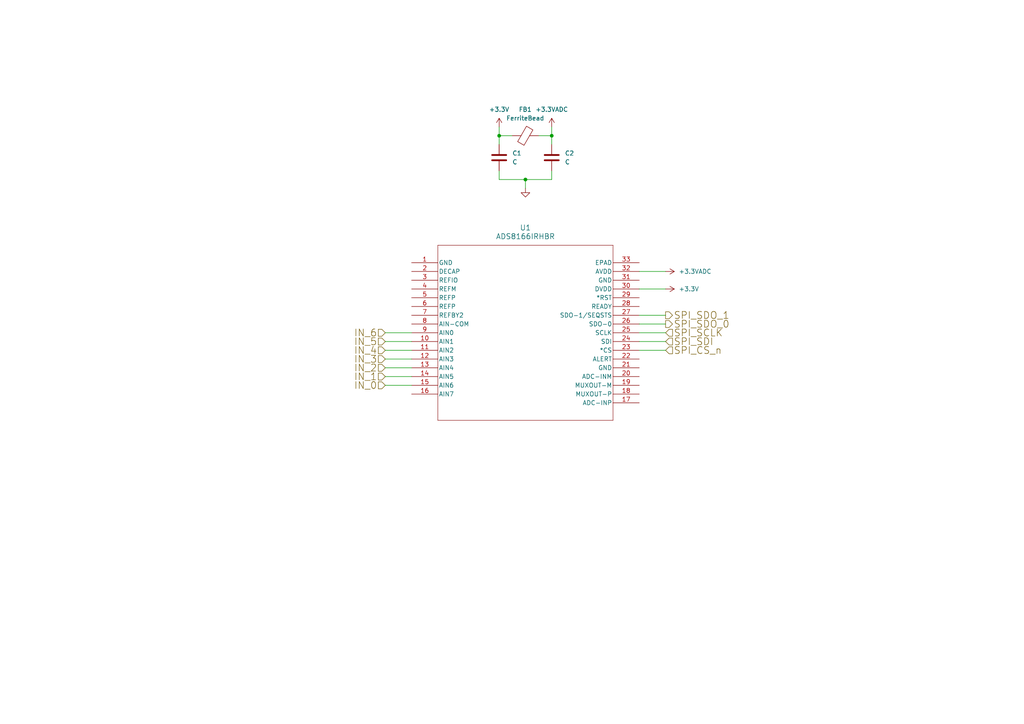
<source format=kicad_sch>
(kicad_sch (version 20230121) (generator eeschema)
  (paper "A4")
  (lib_symbols
    (symbol "ADS8166:ADS8166IRHBR" (pin_names (offset 0.254))
      (property "Reference" "U" (at 33.02 10.16 0))
      (property "Value" "ADS8166IRHBR" (at 33.02 7.62 0))
      (symbol "ADS8166IRHBR_0_1"
        (polyline (pts (xy 7.62 -45.72) (xy 58.42 -45.72)) (stroke (width 0.127)))
        (polyline (pts (xy 7.62 5.08) (xy 7.62 -45.72)) (stroke (width 0.127)))
        (polyline (pts (xy 58.42 -45.72) (xy 58.42 5.08)) (stroke (width 0.127)))
        (polyline (pts (xy 58.42 5.08) (xy 7.62 5.08)) (stroke (width 0.127)))
        (pin power_in line (at 0 0 0) (length 7.62) (name "GND") (number "1"))
        (pin input line (at 0 -22.86 0) (length 7.62) (name "AIN1") (number "10"))
        (pin input line (at 0 -25.4 0) (length 7.62) (name "AIN2") (number "11"))
        (pin input line (at 0 -27.94 0) (length 7.62) (name "AIN3") (number "12"))
        (pin input line (at 0 -30.48 0) (length 7.62) (name "AIN4") (number "13"))
        (pin input line (at 0 -33.02 0) (length 7.62) (name "AIN5") (number "14"))
        (pin input line (at 0 -35.56 0) (length 7.62) (name "AIN6") (number "15"))
        (pin input line (at 0 -38.1 0) (length 7.62) (name "AIN7") (number "16"))
        (pin input line (at 66.04 -40.64 180) (length 7.62) (name "ADC-INP") (number "17"))
        (pin output line (at 66.04 -38.1 180) (length 7.62) (name "MUXOUT-P") (number "18"))
        (pin output line (at 66.04 -35.56 180) (length 7.62) (name "MUXOUT-M") (number "19"))
        (pin unspecified line (at 0 -2.54 0) (length 7.62) (name "DECAP") (number "2"))
        (pin input line (at 66.04 -33.02 180) (length 7.62) (name "ADC-INM") (number "20"))
        (pin power_in line (at 66.04 -30.48 180) (length 7.62) (name "GND") (number "21"))
        (pin output line (at 66.04 -27.94 180) (length 7.62) (name "ALERT") (number "22"))
        (pin input line (at 66.04 -25.4 180) (length 7.62) (name "*CS") (number "23"))
        (pin input line (at 66.04 -22.86 180) (length 7.62) (name "SDI") (number "24"))
        (pin input line (at 66.04 -20.32 180) (length 7.62) (name "SCLK") (number "25"))
        (pin output line (at 66.04 -17.78 180) (length 7.62) (name "SDO-0") (number "26"))
        (pin output line (at 66.04 -15.24 180) (length 7.62) (name "SDO-1/SEQSTS") (number "27"))
        (pin output line (at 66.04 -12.7 180) (length 7.62) (name "READY") (number "28"))
        (pin input line (at 66.04 -10.16 180) (length 7.62) (name "*RST") (number "29"))
        (pin bidirectional line (at 0 -5.08 0) (length 7.62) (name "REFIO") (number "3"))
        (pin power_in line (at 66.04 -7.62 180) (length 7.62) (name "DVDD") (number "30"))
        (pin power_in line (at 66.04 -5.08 180) (length 7.62) (name "GND") (number "31"))
        (pin power_in line (at 66.04 -2.54 180) (length 7.62) (name "AVDD") (number "32"))
        (pin unspecified line (at 66.04 0 180) (length 7.62) (name "EPAD") (number "33"))
        (pin input line (at 0 -7.62 0) (length 7.62) (name "REFM") (number "4"))
        (pin bidirectional line (at 0 -10.16 0) (length 7.62) (name "REFP") (number "5"))
        (pin bidirectional line (at 0 -12.7 0) (length 7.62) (name "REFP") (number "6"))
        (pin output line (at 0 -15.24 0) (length 7.62) (name "REFBY2") (number "7"))
        (pin input line (at 0 -17.78 0) (length 7.62) (name "AIN-COM") (number "8"))
        (pin input line (at 0 -20.32 0) (length 7.62) (name "AIN0") (number "9"))
      )
    )
    (symbol "Device:C" (pin_numbers hide) (pin_names (offset 0.254))
      (property "Reference" "C" (at 0.635 2.54 0))
      (property "Value" "C" (at 0.635 -2.54 0))
      (symbol "C_0_1"
        (polyline (pts (xy -2.032 -0.762) (xy 2.032 -0.762)) (stroke (width 0.508)))
        (polyline (pts (xy -2.032 0.762) (xy 2.032 0.762)) (stroke (width 0.508)))
      )
      (symbol "C_1_1"
        (pin passive line (at 0 3.81 270) (length 2.794) (name "~") (number "1"))
        (pin passive line (at 0 -3.81 90) (length 2.794) (name "~") (number "2"))
      )
    )
    (symbol "Device:FerriteBead" (pin_numbers hide) (pin_names (offset 0))
      (property "Reference" "FB" (at -3.81 0.635 90))
      (property "Value" "FerriteBead" (at 3.81 0 90))
      (symbol "FerriteBead_0_1"
        (polyline (pts (xy 0 -1.27) (xy 0 -1.2192)))
        (polyline (pts (xy 0 1.27) (xy 0 1.2954)))
        (polyline (pts (xy -2.7686 0.4064) (xy -1.7018 2.2606) (xy 2.7686 -0.3048) (xy 1.6764 -2.159) (xy -2.7686 0.4064)))
      )
      (symbol "FerriteBead_1_1"
        (pin passive line (at 0 3.81 270) (length 2.54) (name "~") (number "1"))
        (pin passive line (at 0 -3.81 90) (length 2.54) (name "~") (number "2"))
      )
    )
    (symbol "power:+3.3V" (power) (pin_names (offset 0))
      (property "Value" "+3.3V" (at 0 3.556 0))
      (symbol "+3.3V_0_1"
        (polyline (pts (xy -0.762 1.27) (xy 0 2.54)))
        (polyline (pts (xy 0 0) (xy 0 2.54)))
        (polyline (pts (xy 0 2.54) (xy 0.762 1.27)))
      )
      (symbol "+3.3V_1_1"
        (pin power_in line (at 0 0 90) (length 0) hide (name "+3.3V") (number "1"))
      )
    )
    (symbol "power:+3.3VADC" (power) (pin_names (offset 0))
      (property "Value" "+3.3VADC" (at 0 2.54 0))
      (symbol "+3.3VADC_0_0"
        (pin power_in line (at 0 0 90) (length 0) hide (name "+3.3VADC") (number "1"))
      )
      (symbol "+3.3VADC_0_1"
        (polyline (pts (xy -0.762 1.27) (xy 0 2.54)))
        (polyline (pts (xy 0 0) (xy 0 2.54)))
        (polyline (pts (xy 0 2.54) (xy 0.762 1.27)))
      )
    )
    (symbol "power:GND" (power) (pin_names (offset 0))
      (property "Value" "GND" (at 0 -3.81 0))
      (symbol "GND_0_1"
        (polyline (pts (xy 0 0) (xy 0 -1.27) (xy 1.27 -1.27) (xy 0 -2.54) (xy -1.27 -1.27) (xy 0 -1.27)))
      )
      (symbol "GND_1_1"
        (pin power_in line (at 0 0 270) (length 0) hide (name "GND") (number "1"))
      )
    )
  )
  (junction (at 152.4 52.07))
  (junction (at 144.78 39.37))
  (junction (at 160.02 39.37))
  (wire (pts (xy 193.04 101.6) (xy 185.42 101.6)))
  (wire (pts (xy 111.76 104.14) (xy 119.38 104.14)))
  (wire (pts (xy 160.02 41.91) (xy 160.02 39.37)))
  (wire (pts (xy 185.42 91.44) (xy 193.04 91.44)))
  (wire (pts (xy 160.02 52.07) (xy 160.02 49.53)))
  (wire (pts (xy 160.02 36.83) (xy 160.02 39.37)))
  (wire (pts (xy 111.76 96.52) (xy 119.38 96.52)))
  (wire (pts (xy 185.42 96.52) (xy 193.04 96.52)))
  (wire (pts (xy 111.76 106.68) (xy 119.38 106.68)))
  (wire (pts (xy 144.78 52.07) (xy 152.4 52.07)))
  (wire (pts (xy 144.78 39.37) (xy 148.59 39.37)))
  (wire (pts (xy 152.4 52.07) (xy 160.02 52.07)))
  (wire (pts (xy 185.42 99.06) (xy 193.04 99.06)))
  (wire (pts (xy 144.78 36.83) (xy 144.78 39.37)))
  (wire (pts (xy 111.76 101.6) (xy 119.38 101.6)))
  (wire (pts (xy 111.76 111.76) (xy 119.38 111.76)))
  (wire (pts (xy 185.42 78.74) (xy 193.04 78.74)))
  (wire (pts (xy 111.76 109.22) (xy 119.38 109.22)))
  (wire (pts (xy 144.78 49.53) (xy 144.78 52.07)))
  (wire (pts (xy 152.4 52.07) (xy 152.4 54.61)))
  (wire (pts (xy 144.78 41.91) (xy 144.78 39.37)))
  (wire (pts (xy 185.42 83.82) (xy 193.04 83.82)))
  (wire (pts (xy 156.21 39.37) (xy 160.02 39.37)))
  (wire (pts (xy 185.42 93.98) (xy 193.04 93.98)))
  (wire (pts (xy 111.76 99.06) (xy 119.38 99.06)))
  (hierarchical_label "IN_1" (shape input) (at 111.76 109.22 180) (effects (font (size 2.032 2.032))))
  (hierarchical_label "IN_5" (shape input) (at 111.76 99.06 180) (effects (font (size 2.032 2.032))))
  (hierarchical_label "SPI_SDO_0" (shape output) (at 193.04 93.98 0) (effects (font (size 2.032 2.032))))
  (hierarchical_label "SPI_CS_n" (shape input) (at 193.04 101.6 0) (effects (font (size 2.032 2.032))))
  (hierarchical_label "SPI_SDI" (shape input) (at 193.04 99.06 0) (effects (font (size 2.032 2.032))))
  (hierarchical_label "IN_0" (shape input) (at 111.76 111.76 180) (effects (font (size 2.032 2.032))))
  (hierarchical_label "SPI_SDO_1" (shape output) (at 193.04 91.44 0) (effects (font (size 2.032 2.032))))
  (hierarchical_label "SPI_SCLK" (shape input) (at 193.04 96.52 0) (effects (font (size 2.032 2.032))))
  (hierarchical_label "IN_6" (shape input) (at 111.76 96.52 180) (effects (font (size 2.032 2.032))))
  (hierarchical_label "IN_2" (shape input) (at 111.76 106.68 180) (effects (font (size 2.032 2.032))))
  (hierarchical_label "IN_4" (shape input) (at 111.76 101.6 180) (effects (font (size 2.032 2.032))))
  (hierarchical_label "IN_3" (shape input) (at 111.76 104.14 180) (effects (font (size 2.032 2.032))))
  (symbol (lib_id "power:+3.3VADC") (at 160.02 36.83 0) (unit 1)
    (property "Reference" "#PWR05" (effects hide))
    (property "Value" "+3.3VADC" (at 160.02 31.75 0))
  )
  (symbol (lib_id "Device:C") (at 160.02 45.72 0) (unit 1)
    (property "Reference" "C2" (at 163.83 44.45 0) (effects (justify left)))
    (property "Value" "C" (at 163.83 46.99 0) (effects (justify left)))
    (property "Footprint" "Capacitor_SMD:C_0402_1005Metric" (effects hide))
  )
  (symbol (lib_id "Device:C") (at 144.78 45.72 0) (unit 1)
    (property "Reference" "C1" (at 148.59 44.45 0) (effects (justify left)))
    (property "Value" "C" (at 148.59 46.99 0) (effects (justify left)))
    (property "Footprint" "Capacitor_SMD:C_0402_1005Metric" (effects hide))
  )
  (symbol (lib_id "ADS8166:ADS8166IRHBR") (at 119.38 76.2 0) (unit 1)
    (property "Reference" "U1" (at 152.4 66.04 0) (effects (font (size 1.524 1.524))))
    (property "Value" "ADS8166IRHBR" (at 152.4 68.58 0) (effects (font (size 1.524 1.524))))
    (property "Footprint" "ADS:RHB32_TEX" (effects hide))
    (property "Datasheet" "ADS8166IRHBR" (effects hide))
  )
  (symbol (lib_id "power:+3.3V") (at 144.78 36.83 0) (unit 1)
    (property "Reference" "#PWR04" (effects hide))
    (property "Value" "+3.3V" (at 144.78 31.75 0))
  )
  (symbol (lib_id "power:GND") (at 152.4 54.61 0) (unit 1)
    (property "Reference" "#PWR03" (effects hide))
    (property "Value" "GND" (effects hide))
  )
  (symbol (lib_id "power:+3.3VADC") (at 193.04 78.74 270) (unit 1)
    (property "Reference" "#PWR07" (effects hide))
    (property "Value" "+3.3VADC" (at 196.85 78.74 90) (effects (justify left)))
  )
  (symbol (lib_id "Device:FerriteBead") (at 152.4 39.37 90) (unit 1)
    (property "Reference" "FB1" (at 152.3492 31.75 90))
    (property "Value" "FerriteBead" (at 152.3492 34.29 90))
    (property "Footprint" "Resistor_SMD:R_0402_1005Metric" (effects hide))
  )
  (symbol (lib_id "power:+3.3V") (at 193.04 83.82 270) (unit 1)
    (property "Reference" "#PWR06" (effects hide))
    (property "Value" "+3.3V" (at 196.85 83.82 90) (effects (justify left)))
  )
)
</source>
